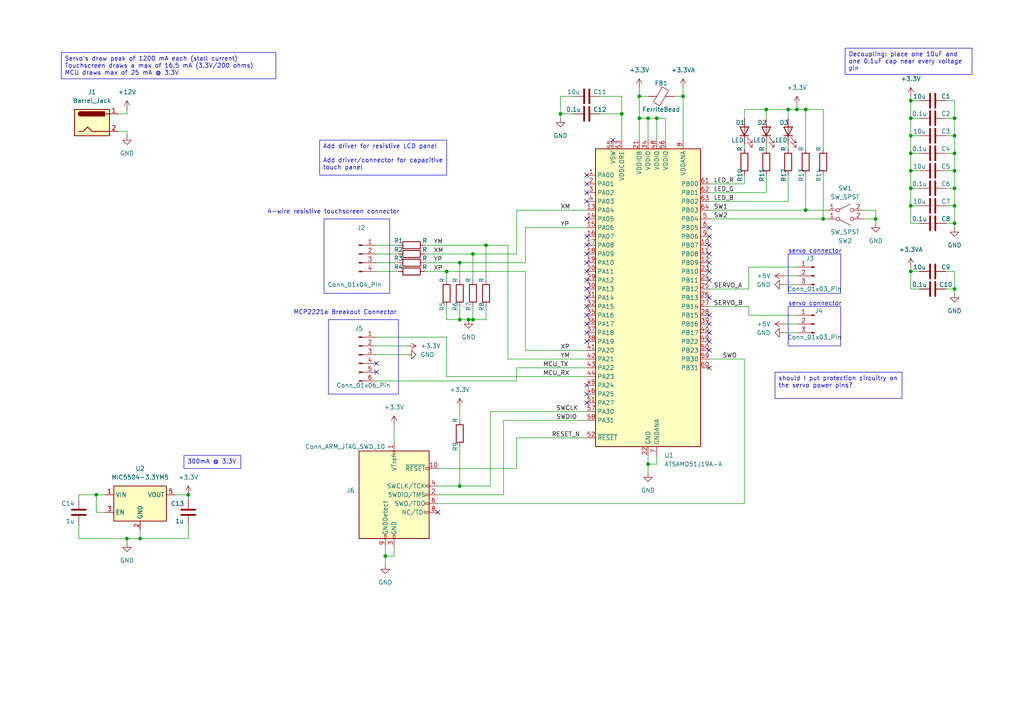
<source format=kicad_sch>
(kicad_sch (version 20230121) (generator eeschema)
  (paper "A4")
  (title_block (title "Balancing Ball") (date "2023-12-11"))
  (lib_symbols
    (symbol "Connector:Barrel_Jack" (pin_names (offset 1.016))
      (property "Reference" "J" (at 0 5.334 0))
      (property "Value" "Barrel_Jack" (at 0 -5.08 0))
      (symbol "Barrel_Jack_0_1"
        (rectangle (start -5.08 3.81) (end 5.08 -3.81) (stroke (width 0.254)) (fill (type background)))
        (arc (start -3.302 3.175) (mid -3.9343 2.54) (end -3.302 1.905) (stroke (width 0.254)))
        (arc (start -3.302 3.175) (mid -3.9343 2.54) (end -3.302 1.905) (stroke (width 0.254)) (fill (type outline)))
        (polyline (pts (xy 5.08 2.54) (xy 3.81 2.54)) (stroke (width 0.254)))
        (polyline (pts (xy -3.81 -2.54) (xy -2.54 -2.54) (xy -1.27 -1.27) (xy 0 -2.54) (xy 2.54 -2.54) (xy 5.08 -2.54)) (stroke (width 0.254)))
        (rectangle (start 3.683 3.175) (end -3.302 1.905) (stroke (width 0.254)) (fill (type outline)))
      )
      (symbol "Barrel_Jack_1_1"
        (pin passive line (at 7.62 2.54 180) (length 2.54) (name "~") (number "1"))
        (pin passive line (at 7.62 -2.54 180) (length 2.54) (name "~") (number "2"))
      )
    )
    (symbol "Connector:Conn_01x03_Pin" (pin_names (offset 1.016) hide)
      (property "Reference" "J" (at 0 5.08 0))
      (property "Value" "Conn_01x03_Pin" (at 0 -5.08 0))
      (symbol "Conn_01x03_Pin_1_1"
        (polyline (pts (xy 1.27 -2.54) (xy 0.8636 -2.54)) (stroke (width 0.1524)))
        (polyline (pts (xy 1.27 0) (xy 0.8636 0)) (stroke (width 0.1524)))
        (polyline (pts (xy 1.27 2.54) (xy 0.8636 2.54)) (stroke (width 0.1524)))
        (rectangle (start 0.8636 -2.413) (end 0 -2.667) (stroke (width 0.1524)) (fill (type outline)))
        (rectangle (start 0.8636 0.127) (end 0 -0.127) (stroke (width 0.1524)) (fill (type outline)))
        (rectangle (start 0.8636 2.667) (end 0 2.413) (stroke (width 0.1524)) (fill (type outline)))
        (pin passive line (at 5.08 2.54 180) (length 3.81) (name "Pin_1") (number "1"))
        (pin passive line (at 5.08 0 180) (length 3.81) (name "Pin_2") (number "2"))
        (pin passive line (at 5.08 -2.54 180) (length 3.81) (name "Pin_3") (number "3"))
      )
    )
    (symbol "Connector:Conn_01x04_Pin" (pin_names (offset 1.016) hide)
      (property "Reference" "J" (at 0 5.08 0))
      (property "Value" "Conn_01x04_Pin" (at 0 -7.62 0))
      (symbol "Conn_01x04_Pin_1_1"
        (polyline (pts (xy 1.27 -5.08) (xy 0.8636 -5.08)) (stroke (width 0.1524)))
        (polyline (pts (xy 1.27 -2.54) (xy 0.8636 -2.54)) (stroke (width 0.1524)))
        (polyline (pts (xy 1.27 0) (xy 0.8636 0)) (stroke (width 0.1524)))
        (polyline (pts (xy 1.27 2.54) (xy 0.8636 2.54)) (stroke (width 0.1524)))
        (rectangle (start 0.8636 -4.953) (end 0 -5.207) (stroke (width 0.1524)) (fill (type outline)))
        (rectangle (start 0.8636 -2.413) (end 0 -2.667) (stroke (width 0.1524)) (fill (type outline)))
        (rectangle (start 0.8636 0.127) (end 0 -0.127) (stroke (width 0.1524)) (fill (type outline)))
        (rectangle (start 0.8636 2.667) (end 0 2.413) (stroke (width 0.1524)) (fill (type outline)))
        (pin passive line (at 5.08 2.54 180) (length 3.81) (name "Pin_1") (number "1"))
        (pin passive line (at 5.08 0 180) (length 3.81) (name "Pin_2") (number "2"))
        (pin passive line (at 5.08 -2.54 180) (length 3.81) (name "Pin_3") (number "3"))
        (pin passive line (at 5.08 -5.08 180) (length 3.81) (name "Pin_4") (number "4"))
      )
    )
    (symbol "Connector:Conn_01x06_Pin" (pin_names (offset 1.016) hide)
      (property "Reference" "J" (at 0 7.62 0))
      (property "Value" "Conn_01x06_Pin" (at 0 -10.16 0))
      (symbol "Conn_01x06_Pin_1_1"
        (polyline (pts (xy 1.27 -7.62) (xy 0.8636 -7.62)) (stroke (width 0.1524)))
        (polyline (pts (xy 1.27 -5.08) (xy 0.8636 -5.08)) (stroke (width 0.1524)))
        (polyline (pts (xy 1.27 -2.54) (xy 0.8636 -2.54)) (stroke (width 0.1524)))
        (polyline (pts (xy 1.27 0) (xy 0.8636 0)) (stroke (width 0.1524)))
        (polyline (pts (xy 1.27 2.54) (xy 0.8636 2.54)) (stroke (width 0.1524)))
        (polyline (pts (xy 1.27 5.08) (xy 0.8636 5.08)) (stroke (width 0.1524)))
        (rectangle (start 0.8636 -7.493) (end 0 -7.747) (stroke (width 0.1524)) (fill (type outline)))
        (rectangle (start 0.8636 -4.953) (end 0 -5.207) (stroke (width 0.1524)) (fill (type outline)))
        (rectangle (start 0.8636 -2.413) (end 0 -2.667) (stroke (width 0.1524)) (fill (type outline)))
        (rectangle (start 0.8636 0.127) (end 0 -0.127) (stroke (width 0.1524)) (fill (type outline)))
        (rectangle (start 0.8636 2.667) (end 0 2.413) (stroke (width 0.1524)) (fill (type outline)))
        (rectangle (start 0.8636 5.207) (end 0 4.953) (stroke (width 0.1524)) (fill (type outline)))
        (pin passive line (at 5.08 5.08 180) (length 3.81) (name "Pin_1") (number "1"))
        (pin passive line (at 5.08 2.54 180) (length 3.81) (name "Pin_2") (number "2"))
        (pin passive line (at 5.08 0 180) (length 3.81) (name "Pin_3") (number "3"))
        (pin passive line (at 5.08 -2.54 180) (length 3.81) (name "Pin_4") (number "4"))
        (pin passive line (at 5.08 -5.08 180) (length 3.81) (name "Pin_5") (number "5"))
        (pin passive line (at 5.08 -7.62 180) (length 3.81) (name "Pin_6") (number "6"))
      )
    )
    (symbol "Connector:Conn_ARM_JTAG_SWD_10" (pin_names (offset 1.016))
      (property "Reference" "J" (at -2.54 16.51 0))
      (property "Value" "Conn_ARM_JTAG_SWD_10" (at -2.54 13.97 0))
      (symbol "Conn_ARM_JTAG_SWD_10_0_1"
        (rectangle (start -10.16 12.7) (end 10.16 -12.7) (stroke (width 0.254)) (fill (type background)))
        (rectangle (start -2.794 -12.7) (end -2.286 -11.684))
        (rectangle (start -0.254 -12.7) (end 0.254 -11.684))
        (rectangle (start -0.254 12.7) (end 0.254 11.684))
        (rectangle (start 9.144 2.286) (end 10.16 2.794))
        (rectangle (start 10.16 -2.794) (end 9.144 -2.286))
        (rectangle (start 10.16 -0.254) (end 9.144 0.254))
        (rectangle (start 10.16 7.874) (end 9.144 7.366))
      )
      (symbol "Conn_ARM_JTAG_SWD_10_1_1"
        (rectangle (start 9.144 -5.334) (end 10.16 -4.826))
        (pin power_in line (at 0 15.24 270) (length 2.54) (name "VTref") (number "1"))
        (pin open_collector line (at 12.7 7.62 180) (length 2.54) (name "~{RESET}") (number "10"))
        (pin bidirectional line (at 12.7 0 180) (length 2.54) (name "SWDIO/TMS") (number "2"))
        (pin power_in line (at 0 -15.24 90) (length 2.54) (name "GND") (number "3"))
        (pin output line (at 12.7 2.54 180) (length 2.54) (name "SWCLK/TCK") (number "4"))
        (pin passive line (at 0 -15.24 90) (length 2.54) hide (name "GND") (number "5"))
        (pin input line (at 12.7 -2.54 180) (length 2.54) (name "SWO/TDO") (number "6"))
        (pin no_connect line (at -10.16 0 0) (length 2.54) hide (name "KEY") (number "7"))
        (pin output line (at 12.7 -5.08 180) (length 2.54) (name "NC/TDI") (number "8"))
        (pin passive line (at -2.54 -15.24 90) (length 2.54) (name "GNDDetect") (number "9"))
      )
    )
    (symbol "Device:C" (pin_numbers hide) (pin_names (offset 0.254))
      (property "Reference" "C" (at 0.635 2.54 0))
      (property "Value" "C" (at 0.635 -2.54 0))
      (symbol "C_0_1"
        (polyline (pts (xy -2.032 -0.762) (xy 2.032 -0.762)) (stroke (width 0.508)))
        (polyline (pts (xy -2.032 0.762) (xy 2.032 0.762)) (stroke (width 0.508)))
      )
      (symbol "C_1_1"
        (pin passive line (at 0 3.81 270) (length 2.794) (name "~") (number "1"))
        (pin passive line (at 0 -3.81 90) (length 2.794) (name "~") (number "2"))
      )
    )
    (symbol "Device:FerriteBead" (pin_numbers hide) (pin_names (offset 0))
      (property "Reference" "FB" (at -3.81 0.635 90))
      (property "Value" "FerriteBead" (at 3.81 0 90))
      (symbol "FerriteBead_0_1"
        (polyline (pts (xy 0 -1.27) (xy 0 -1.2192)))
        (polyline (pts (xy 0 1.27) (xy 0 1.2954)))
        (polyline (pts (xy -2.7686 0.4064) (xy -1.7018 2.2606) (xy 2.7686 -0.3048) (xy 1.6764 -2.159) (xy -2.7686 0.4064)))
      )
      (symbol "FerriteBead_1_1"
        (pin passive line (at 0 3.81 270) (length 2.54) (name "~") (number "1"))
        (pin passive line (at 0 -3.81 90) (length 2.54) (name "~") (number "2"))
      )
    )
    (symbol "Device:LED" (pin_numbers hide) (pin_names (offset 1.016) hide)
      (property "Reference" "D" (at 0 2.54 0))
      (property "Value" "LED" (at 0 -2.54 0))
      (symbol "LED_0_1"
        (polyline (pts (xy -1.27 -1.27) (xy -1.27 1.27)) (stroke (width 0.254)))
        (polyline (pts (xy -1.27 0) (xy 1.27 0)))
        (polyline (pts (xy 1.27 -1.27) (xy 1.27 1.27) (xy -1.27 0) (xy 1.27 -1.27)) (stroke (width 0.254)))
        (polyline (pts (xy -3.048 -0.762) (xy -4.572 -2.286) (xy -3.81 -2.286) (xy -4.572 -2.286) (xy -4.572 -1.524)))
        (polyline (pts (xy -1.778 -0.762) (xy -3.302 -2.286) (xy -2.54 -2.286) (xy -3.302 -2.286) (xy -3.302 -1.524)))
      )
      (symbol "LED_1_1"
        (pin passive line (at -3.81 0 0) (length 2.54) (name "K") (number "1"))
        (pin passive line (at 3.81 0 180) (length 2.54) (name "A") (number "2"))
      )
    )
    (symbol "Device:R" (pin_numbers hide) (pin_names (offset 0))
      (property "Reference" "R" (at 2.032 0 90))
      (property "Value" "R" (at 0 0 90))
      (symbol "R_0_1"
        (rectangle (start -1.016 -2.54) (end 1.016 2.54) (stroke (width 0.254)))
      )
      (symbol "R_1_1"
        (pin passive line (at 0 3.81 270) (length 1.27) (name "~") (number "1"))
        (pin passive line (at 0 -3.81 90) (length 1.27) (name "~") (number "2"))
      )
    )
    (symbol "MCU_Microchip_SAMD:ATSAMD51J19A-A"
      (property "Reference" "U" (at -15.24 -44.45 0))
      (property "Value" "ATSAMD51J19A-A" (at 5.08 -44.45 0))
      (symbol "ATSAMD51J19A-A_0_1"
        (rectangle (start -15.24 43.18) (end 15.24 -43.18) (stroke (width 0.254)) (fill (type background)))
      )
      (symbol "ATSAMD51J19A-A_1_0"
        (pin bidirectional line (at 17.78 25.4 180) (length 2.54) (name "PB03") (number "64"))
      )
      (symbol "ATSAMD51J19A-A_1_1"
        (pin bidirectional line (at -17.78 35.56 0) (length 2.54) (name "PA00") (number "1"))
        (pin bidirectional line (at 17.78 15.24 180) (length 2.54) (name "PB07") (number "10"))
        (pin bidirectional line (at 17.78 12.7 180) (length 2.54) (name "PB08") (number "11"))
        (pin bidirectional line (at 17.78 10.16 180) (length 2.54) (name "PB09") (number "12"))
        (pin bidirectional line (at -17.78 25.4 0) (length 2.54) (name "PA04") (number "13"))
        (pin bidirectional line (at -17.78 22.86 0) (length 2.54) (name "PA05") (number "14"))
        (pin bidirectional line (at -17.78 20.32 0) (length 2.54) (name "PA06") (number "15"))
        (pin bidirectional line (at -17.78 17.78 0) (length 2.54) (name "PA07") (number "16"))
        (pin bidirectional line (at -17.78 15.24 0) (length 2.54) (name "PA08") (number "17"))
        (pin bidirectional line (at -17.78 12.7 0) (length 2.54) (name "PA09") (number "18"))
        (pin bidirectional line (at -17.78 10.16 0) (length 2.54) (name "PA10") (number "19"))
        (pin bidirectional line (at -17.78 33.02 0) (length 2.54) (name "PA01") (number "2"))
        (pin bidirectional line (at -17.78 7.62 0) (length 2.54) (name "PA11") (number "20"))
        (pin power_in line (at -2.54 45.72 270) (length 2.54) (name "VDDIOB") (number "21"))
        (pin power_in line (at 0 -45.72 90) (length 2.54) (name "GND") (number "22"))
        (pin bidirectional line (at 17.78 7.62 180) (length 2.54) (name "PB10") (number "23"))
        (pin bidirectional line (at 17.78 5.08 180) (length 2.54) (name "PB11") (number "24"))
        (pin bidirectional line (at 17.78 2.54 180) (length 2.54) (name "PB12") (number "25"))
        (pin bidirectional line (at 17.78 0 180) (length 2.54) (name "PB13") (number "26"))
        (pin bidirectional line (at 17.78 -2.54 180) (length 2.54) (name "PB14") (number "27"))
        (pin bidirectional line (at 17.78 -5.08 180) (length 2.54) (name "PB15") (number "28"))
        (pin bidirectional line (at -17.78 5.08 0) (length 2.54) (name "PA12") (number "29"))
        (pin bidirectional line (at -17.78 30.48 0) (length 2.54) (name "PA02") (number "3"))
        (pin bidirectional line (at -17.78 2.54 0) (length 2.54) (name "PA13") (number "30"))
        (pin bidirectional line (at -17.78 0 0) (length 2.54) (name "PA14") (number "31"))
        (pin bidirectional line (at -17.78 -2.54 0) (length 2.54) (name "PA15") (number "32"))
        (pin passive line (at 0 -45.72 90) (length 2.54) hide (name "GND") (number "33"))
        (pin power_in line (at 0 45.72 270) (length 2.54) (name "VDDIO") (number "34"))
        (pin bidirectional line (at -17.78 -5.08 0) (length 2.54) (name "PA16") (number "35"))
        (pin bidirectional line (at -17.78 -7.62 0) (length 2.54) (name "PA17") (number "36"))
        (pin bidirectional line (at -17.78 -10.16 0) (length 2.54) (name "PA18") (number "37"))
        (pin bidirectional line (at -17.78 -12.7 0) (length 2.54) (name "PA19") (number "38"))
        (pin bidirectional line (at 17.78 -7.62 180) (length 2.54) (name "PB16") (number "39"))
        (pin bidirectional line (at -17.78 27.94 0) (length 2.54) (name "PA03") (number "4"))
        (pin bidirectional line (at 17.78 -10.16 180) (length 2.54) (name "PB17") (number "40"))
        (pin bidirectional line (at -17.78 -15.24 0) (length 2.54) (name "PA20") (number "41"))
        (pin bidirectional line (at -17.78 -17.78 0) (length 2.54) (name "PA21") (number "42"))
        (pin bidirectional line (at -17.78 -20.32 0) (length 2.54) (name "PA22") (number "43"))
        (pin bidirectional line (at -17.78 -22.86 0) (length 2.54) (name "PA23") (number "44"))
        (pin bidirectional line (at -17.78 -25.4 0) (length 2.54) (name "PA24") (number "45"))
        (pin bidirectional line (at -17.78 -27.94 0) (length 2.54) (name "PA25") (number "46"))
        (pin passive line (at 0 -45.72 90) (length 2.54) hide (name "GND") (number "47"))
        (pin power_in line (at 2.54 45.72 270) (length 2.54) (name "VDDIO") (number "48"))
        (pin bidirectional line (at 17.78 -12.7 180) (length 2.54) (name "PB22") (number "49"))
        (pin bidirectional line (at 17.78 22.86 180) (length 2.54) (name "PB04") (number "5"))
        (pin bidirectional line (at 17.78 -15.24 180) (length 2.54) (name "PB23") (number "50"))
        (pin bidirectional line (at -17.78 -30.48 0) (length 2.54) (name "PA27") (number "51"))
        (pin input line (at -17.78 -40.64 0) (length 2.54) (name "~{RESET}") (number "52"))
        (pin power_out line (at -7.62 45.72 270) (length 2.54) (name "VDDCORE") (number "53"))
        (pin passive line (at 0 -45.72 90) (length 2.54) hide (name "GND") (number "54"))
        (pin power_in line (at -10.16 45.72 270) (length 2.54) (name "VSW") (number "55"))
        (pin power_in line (at 5.08 45.72 270) (length 2.54) (name "VDDIO") (number "56"))
        (pin bidirectional line (at -17.78 -33.02 0) (length 2.54) (name "PA30") (number "57"))
        (pin bidirectional line (at -17.78 -35.56 0) (length 2.54) (name "PA31") (number "58"))
        (pin bidirectional line (at 17.78 -17.78 180) (length 2.54) (name "PB30") (number "59"))
        (pin bidirectional line (at 17.78 20.32 180) (length 2.54) (name "PB05") (number "6"))
        (pin bidirectional line (at 17.78 -20.32 180) (length 2.54) (name "PB31") (number "60"))
        (pin bidirectional line (at 17.78 33.02 180) (length 2.54) (name "PB00") (number "61"))
        (pin bidirectional line (at 17.78 30.48 180) (length 2.54) (name "PB01") (number "62"))
        (pin bidirectional line (at 17.78 27.94 180) (length 2.54) (name "PB02") (number "63"))
        (pin power_in line (at 2.54 -45.72 90) (length 2.54) (name "GNDANA") (number "7"))
        (pin power_in line (at 10.16 45.72 270) (length 2.54) (name "VDDANA") (number "8"))
        (pin bidirectional line (at 17.78 17.78 180) (length 2.54) (name "PB06") (number "9"))
      )
    )
    (symbol "Regulator_Linear:MIC5504-3.3YM5"
      (property "Reference" "U" (at -7.62 8.89 0))
      (property "Value" "MIC5504-3.3YM5" (at -7.62 6.35 0))
      (symbol "MIC5504-3.3YM5_0_1"
        (rectangle (start -7.62 -5.08) (end 7.62 5.08) (stroke (width 0.254)) (fill (type background)))
      )
      (symbol "MIC5504-3.3YM5_1_1"
        (pin power_in line (at -10.16 2.54 0) (length 2.54) (name "VIN") (number "1"))
        (pin power_in line (at 0 -7.62 90) (length 2.54) (name "GND") (number "2"))
        (pin input line (at -10.16 -2.54 0) (length 2.54) (name "EN") (number "3"))
        (pin no_connect line (at 7.62 -2.54 180) (length 2.54) hide (name "NC") (number "4"))
        (pin power_out line (at 10.16 2.54 180) (length 2.54) (name "VOUT") (number "5"))
      )
    )
    (symbol "Switch:SW_SPST" (pin_names (offset 0) hide)
      (property "Reference" "SW" (at 0 3.175 0))
      (property "Value" "SW_SPST" (at 0 -2.54 0))
      (symbol "SW_SPST_0_0"
        (circle (center -2.032 0) (radius 0.508))
        (polyline (pts (xy -1.524 0.254) (xy 1.524 1.778)))
        (circle (center 2.032 0) (radius 0.508))
      )
      (symbol "SW_SPST_1_1"
        (pin passive line (at -5.08 0 0) (length 2.54) (name "A") (number "1"))
        (pin passive line (at 5.08 0 180) (length 2.54) (name "B") (number "2"))
      )
    )
    (symbol "power:+12V" (power) (pin_names (offset 0))
      (property "Value" "+12V" (at 0 3.556 0))
      (symbol "+12V_0_1"
        (polyline (pts (xy -0.762 1.27) (xy 0 2.54)))
        (polyline (pts (xy 0 0) (xy 0 2.54)))
        (polyline (pts (xy 0 2.54) (xy 0.762 1.27)))
      )
      (symbol "+12V_1_1"
        (pin power_in line (at 0 0 90) (length 0) hide (name "+12V") (number "1"))
      )
    )
    (symbol "power:+3.3V" (power) (pin_names (offset 0))
      (property "Value" "+3.3V" (at 0 3.556 0))
      (symbol "+3.3V_0_1"
        (polyline (pts (xy -0.762 1.27) (xy 0 2.54)))
        (polyline (pts (xy 0 0) (xy 0 2.54)))
        (polyline (pts (xy 0 2.54) (xy 0.762 1.27)))
      )
      (symbol "+3.3V_1_1"
        (pin power_in line (at 0 0 90) (length 0) hide (name "+3.3V") (number "1"))
      )
    )
    (symbol "power:+3.3VA" (power) (pin_names (offset 0))
      (property "Value" "+3.3VA" (at 0 3.556 0))
      (symbol "+3.3VA_0_1"
        (polyline (pts (xy -0.762 1.27) (xy 0 2.54)))
        (polyline (pts (xy 0 0) (xy 0 2.54)))
        (polyline (pts (xy 0 2.54) (xy 0.762 1.27)))
      )
      (symbol "+3.3VA_1_1"
        (pin power_in line (at 0 0 90) (length 0) hide (name "+3.3VA") (number "1"))
      )
    )
    (symbol "power:+5V" (power) (pin_names (offset 0))
      (property "Value" "+5V" (at 0 3.556 0))
      (symbol "+5V_0_1"
        (polyline (pts (xy -0.762 1.27) (xy 0 2.54)))
        (polyline (pts (xy 0 0) (xy 0 2.54)))
        (polyline (pts (xy 0 2.54) (xy 0.762 1.27)))
      )
      (symbol "+5V_1_1"
        (pin power_in line (at 0 0 90) (length 0) hide (name "+5V") (number "1"))
      )
    )
    (symbol "power:GND" (power) (pin_names (offset 0))
      (property "Value" "GND" (at 0 -3.81 0))
      (symbol "GND_0_1"
        (polyline (pts (xy 0 0) (xy 0 -1.27) (xy 1.27 -1.27) (xy 0 -2.54) (xy -1.27 -1.27) (xy 0 -1.27)))
      )
      (symbol "GND_1_1"
        (pin power_in line (at 0 0 270) (length 0) hide (name "GND") (number "1"))
      )
    )
  )
  (junction (at 254 63.5))
  (junction (at 137.16 92.71))
  (junction (at 276.86 83.82))
  (junction (at 233.68 31.75))
  (junction (at 264.16 44.45))
  (junction (at 137.16 73.66))
  (junction (at 276.86 44.45))
  (junction (at 135.89 92.71))
  (junction (at 111.76 161.29))
  (junction (at 264.16 54.61))
  (junction (at 264.16 29.21))
  (junction (at 276.86 64.77))
  (junction (at 228.6 31.75))
  (junction (at 140.97 71.12))
  (junction (at 264.16 49.53))
  (junction (at 162.56 33.02))
  (junction (at 187.96 134.62))
  (junction (at 233.68 60.96))
  (junction (at 276.86 49.53))
  (junction (at 190.5 34.29))
  (junction (at 264.16 78.74))
  (junction (at 222.25 31.75))
  (junction (at 276.86 34.29))
  (junction (at 180.34 33.02))
  (junction (at 276.86 59.69))
  (junction (at 27.94 143.51))
  (junction (at 185.42 27.94))
  (junction (at 198.12 27.94))
  (junction (at 276.86 39.37))
  (junction (at 231.14 31.75))
  (junction (at 133.35 76.2))
  (junction (at 133.35 92.71))
  (junction (at 276.86 54.61))
  (junction (at 185.42 34.29))
  (junction (at 129.54 78.74))
  (junction (at 54.61 143.51))
  (junction (at 238.76 63.5))
  (junction (at 264.16 39.37))
  (junction (at 36.83 156.21))
  (junction (at 264.16 59.69))
  (junction (at 187.96 34.29))
  (junction (at 40.64 156.21))
  (junction (at 264.16 34.29))
  (junction (at 133.35 140.97))
  (no_connect (at 170.18 71.12))
  (no_connect (at 205.74 101.6))
  (no_connect (at 170.18 99.06))
  (no_connect (at 170.18 96.52))
  (no_connect (at 205.74 71.12))
  (no_connect (at 205.74 66.04))
  (no_connect (at 170.18 81.28))
  (no_connect (at 205.74 76.2))
  (no_connect (at 170.18 63.5))
  (no_connect (at 170.18 111.76))
  (no_connect (at 170.18 73.66))
  (no_connect (at 170.18 68.58))
  (no_connect (at 170.18 76.2))
  (no_connect (at 109.22 107.95))
  (no_connect (at 170.18 114.3))
  (no_connect (at 109.22 105.41))
  (no_connect (at 170.18 50.8))
  (no_connect (at 205.74 93.98))
  (no_connect (at 170.18 86.36))
  (no_connect (at 170.18 83.82))
  (no_connect (at 205.74 96.52))
  (no_connect (at 170.18 78.74))
  (no_connect (at 205.74 91.44))
  (no_connect (at 170.18 88.9))
  (no_connect (at 170.18 58.42))
  (no_connect (at 205.74 99.06))
  (no_connect (at 205.74 78.74))
  (no_connect (at 205.74 68.58))
  (no_connect (at 170.18 91.44))
  (no_connect (at 170.18 93.98))
  (no_connect (at 177.8 40.64))
  (no_connect (at 127 148.59))
  (no_connect (at 205.74 86.36))
  (no_connect (at 205.74 106.68))
  (no_connect (at 170.18 53.34))
  (no_connect (at 170.18 55.88))
  (no_connect (at 205.74 81.28))
  (no_connect (at 205.74 73.66))
  (no_connect (at 170.18 116.84))
  (wire (pts (xy 187.96 132.08) (xy 187.96 134.62)))
  (wire (pts (xy 185.42 27.94) (xy 185.42 34.29)))
  (wire (pts (xy 146.05 143.51) (xy 127 143.51)))
  (wire (pts (xy 173.99 33.02) (xy 180.34 33.02)))
  (wire (pts (xy 228.6 31.75) (xy 231.14 31.75)))
  (wire (pts (xy 127 135.89) (xy 149.86 135.89)))
  (wire (pts (xy 274.32 34.29) (xy 276.86 34.29)))
  (wire (pts (xy 217.17 91.44) (xy 217.17 88.9)))
  (wire (pts (xy 149.86 135.89) (xy 149.86 127)))
  (wire (pts (xy 198.12 27.94) (xy 198.12 40.64)))
  (wire (pts (xy 276.86 44.45) (xy 276.86 49.53)))
  (wire (pts (xy 133.35 140.97) (xy 127 140.97)))
  (wire (pts (xy 162.56 33.02) (xy 166.37 33.02)))
  (wire (pts (xy 274.32 78.74) (xy 276.86 78.74)))
  (wire (pts (xy 195.58 27.94) (xy 198.12 27.94)))
  (wire (pts (xy 149.86 106.68) (xy 170.18 106.68)))
  (wire (pts (xy 40.64 156.21) (xy 54.61 156.21)))
  (wire (pts (xy 187.96 134.62) (xy 187.96 137.16)))
  (wire (pts (xy 274.32 59.69) (xy 276.86 59.69)))
  (wire (pts (xy 185.42 27.94) (xy 187.96 27.94)))
  (wire (pts (xy 222.25 31.75) (xy 222.25 34.29)))
  (wire (pts (xy 129.54 92.71) (xy 133.35 92.71)))
  (wire (pts (xy 137.16 73.66) (xy 149.86 73.66)))
  (wire (pts (xy 231.14 93.98) (xy 227.33 93.98)))
  (wire (pts (xy 231.14 82.55) (xy 227.33 82.55)))
  (wire (pts (xy 111.76 158.75) (xy 111.76 161.29)))
  (wire (pts (xy 22.86 152.4) (xy 22.86 156.21)))
  (wire (pts (xy 254 60.96) (xy 254 63.5)))
  (wire (pts (xy 233.68 60.96) (xy 205.74 60.96)))
  (wire (pts (xy 129.54 78.74) (xy 152.4 78.74)))
  (wire (pts (xy 274.32 44.45) (xy 276.86 44.45)))
  (wire (pts (xy 217.17 91.44) (xy 231.14 91.44)))
  (wire (pts (xy 250.19 60.96) (xy 254 60.96)))
  (wire (pts (xy 231.14 31.75) (xy 233.68 31.75)))
  (wire (pts (xy 50.8 143.51) (xy 54.61 143.51)))
  (wire (pts (xy 147.32 104.14) (xy 147.32 71.12)))
  (wire (pts (xy 193.04 34.29) (xy 190.5 34.29)))
  (wire (pts (xy 264.16 83.82) (xy 264.16 78.74)))
  (wire (pts (xy 198.12 25.4) (xy 198.12 27.94)))
  (wire (pts (xy 238.76 50.8) (xy 238.76 63.5)))
  (wire (pts (xy 276.86 78.74) (xy 276.86 83.82)))
  (wire (pts (xy 190.5 34.29) (xy 187.96 34.29)))
  (wire (pts (xy 36.83 33.02) (xy 36.83 31.75)))
  (wire (pts (xy 140.97 88.9) (xy 140.97 92.71)))
  (wire (pts (xy 109.22 100.33) (xy 118.11 100.33)))
  (wire (pts (xy 238.76 31.75) (xy 238.76 43.18)))
  (wire (pts (xy 27.94 143.51) (xy 22.86 143.51)))
  (wire (pts (xy 276.86 83.82) (xy 276.86 85.09)))
  (wire (pts (xy 114.3 158.75) (xy 114.3 161.29)))
  (wire (pts (xy 109.22 76.2) (xy 115.57 76.2)))
  (wire (pts (xy 147.32 104.14) (xy 170.18 104.14)))
  (wire (pts (xy 180.34 27.94) (xy 180.34 33.02)))
  (wire (pts (xy 238.76 63.5) (xy 205.74 63.5)))
  (wire (pts (xy 276.86 59.69) (xy 276.86 64.77)))
  (wire (pts (xy 264.16 59.69) (xy 264.16 64.77)))
  (wire (pts (xy 228.6 31.75) (xy 228.6 34.29)))
  (wire (pts (xy 274.32 39.37) (xy 276.86 39.37)))
  (wire (pts (xy 228.6 41.91) (xy 228.6 43.18)))
  (wire (pts (xy 264.16 27.94) (xy 264.16 29.21)))
  (wire (pts (xy 185.42 25.4) (xy 185.42 27.94)))
  (wire (pts (xy 36.83 156.21) (xy 36.83 157.48)))
  (wire (pts (xy 109.22 71.12) (xy 115.57 71.12)))
  (wire (pts (xy 276.86 29.21) (xy 276.86 34.29)))
  (wire (pts (xy 215.9 31.75) (xy 222.25 31.75)))
  (wire (pts (xy 173.99 27.94) (xy 180.34 27.94)))
  (wire (pts (xy 187.96 34.29) (xy 185.42 34.29)))
  (wire (pts (xy 123.19 76.2) (xy 133.35 76.2)))
  (wire (pts (xy 140.97 71.12) (xy 147.32 71.12)))
  (wire (pts (xy 276.86 64.77) (xy 276.86 66.04)))
  (wire (pts (xy 233.68 31.75) (xy 233.68 43.18)))
  (wire (pts (xy 133.35 76.2) (xy 152.4 76.2)))
  (wire (pts (xy 190.5 34.29) (xy 190.5 40.64)))
  (wire (pts (xy 129.54 88.9) (xy 129.54 92.71)))
  (wire (pts (xy 215.9 104.14) (xy 205.74 104.14)))
  (wire (pts (xy 264.16 39.37) (xy 266.7 39.37)))
  (wire (pts (xy 109.22 102.87) (xy 118.11 102.87)))
  (wire (pts (xy 127 146.05) (xy 215.9 146.05)))
  (wire (pts (xy 34.29 33.02) (xy 36.83 33.02)))
  (wire (pts (xy 264.16 44.45) (xy 266.7 44.45)))
  (wire (pts (xy 133.35 76.2) (xy 133.35 81.28)))
  (wire (pts (xy 152.4 101.6) (xy 152.4 78.74)))
  (wire (pts (xy 149.86 127) (xy 170.18 127)))
  (wire (pts (xy 146.05 121.92) (xy 170.18 121.92)))
  (wire (pts (xy 264.16 34.29) (xy 266.7 34.29)))
  (wire (pts (xy 133.35 88.9) (xy 133.35 92.71)))
  (wire (pts (xy 231.14 96.52) (xy 227.33 96.52)))
  (wire (pts (xy 152.4 66.04) (xy 170.18 66.04)))
  (wire (pts (xy 34.29 38.1) (xy 36.83 38.1)))
  (wire (pts (xy 142.24 140.97) (xy 133.35 140.97)))
  (wire (pts (xy 133.35 92.71) (xy 135.89 92.71)))
  (wire (pts (xy 222.25 31.75) (xy 228.6 31.75)))
  (wire (pts (xy 228.6 50.8) (xy 228.6 58.42)))
  (wire (pts (xy 254 63.5) (xy 254 64.77)))
  (wire (pts (xy 231.14 30.48) (xy 231.14 31.75)))
  (wire (pts (xy 123.19 71.12) (xy 140.97 71.12)))
  (wire (pts (xy 129.54 109.22) (xy 170.18 109.22)))
  (wire (pts (xy 274.32 64.77) (xy 276.86 64.77)))
  (wire (pts (xy 109.22 97.79) (xy 129.54 97.79)))
  (wire (pts (xy 36.83 38.1) (xy 36.83 39.37)))
  (wire (pts (xy 238.76 63.5) (xy 240.03 63.5)))
  (wire (pts (xy 222.25 55.88) (xy 205.74 55.88)))
  (wire (pts (xy 205.74 53.34) (xy 215.9 53.34)))
  (wire (pts (xy 40.64 153.67) (xy 40.64 156.21)))
  (wire (pts (xy 54.61 156.21) (xy 54.61 152.4)))
  (wire (pts (xy 152.4 66.04) (xy 152.4 76.2)))
  (wire (pts (xy 222.25 41.91) (xy 222.25 43.18)))
  (wire (pts (xy 264.16 34.29) (xy 264.16 39.37)))
  (wire (pts (xy 190.5 134.62) (xy 187.96 134.62)))
  (wire (pts (xy 264.16 29.21) (xy 264.16 34.29)))
  (wire (pts (xy 135.89 92.71) (xy 137.16 92.71)))
  (wire (pts (xy 215.9 41.91) (xy 215.9 43.18)))
  (wire (pts (xy 30.48 143.51) (xy 27.94 143.51)))
  (wire (pts (xy 185.42 34.29) (xy 185.42 40.64)))
  (wire (pts (xy 233.68 50.8) (xy 233.68 60.96)))
  (wire (pts (xy 276.86 54.61) (xy 276.86 59.69)))
  (wire (pts (xy 162.56 27.94) (xy 162.56 33.02)))
  (wire (pts (xy 264.16 54.61) (xy 264.16 59.69)))
  (wire (pts (xy 114.3 161.29) (xy 111.76 161.29)))
  (wire (pts (xy 22.86 143.51) (xy 22.86 144.78)))
  (wire (pts (xy 187.96 34.29) (xy 187.96 40.64)))
  (wire (pts (xy 231.14 80.01) (xy 227.33 80.01)))
  (wire (pts (xy 123.19 73.66) (xy 137.16 73.66)))
  (wire (pts (xy 274.32 49.53) (xy 276.86 49.53)))
  (wire (pts (xy 274.32 83.82) (xy 276.86 83.82)))
  (wire (pts (xy 228.6 58.42) (xy 205.74 58.42)))
  (wire (pts (xy 111.76 161.29) (xy 111.76 163.83)))
  (wire (pts (xy 22.86 156.21) (xy 36.83 156.21)))
  (wire (pts (xy 109.22 110.49) (xy 149.86 110.49)))
  (wire (pts (xy 140.97 71.12) (xy 140.97 81.28)))
  (wire (pts (xy 137.16 88.9) (xy 137.16 92.71)))
  (wire (pts (xy 266.7 83.82) (xy 264.16 83.82)))
  (wire (pts (xy 109.22 73.66) (xy 115.57 73.66)))
  (wire (pts (xy 137.16 73.66) (xy 137.16 81.28)))
  (wire (pts (xy 142.24 119.38) (xy 170.18 119.38)))
  (wire (pts (xy 27.94 148.59) (xy 27.94 143.51)))
  (wire (pts (xy 123.19 78.74) (xy 129.54 78.74)))
  (wire (pts (xy 264.16 49.53) (xy 266.7 49.53)))
  (wire (pts (xy 264.16 44.45) (xy 264.16 49.53)))
  (wire (pts (xy 133.35 118.11) (xy 133.35 121.92)))
  (wire (pts (xy 233.68 60.96) (xy 240.03 60.96)))
  (wire (pts (xy 264.16 54.61) (xy 266.7 54.61)))
  (wire (pts (xy 215.9 34.29) (xy 215.9 31.75)))
  (wire (pts (xy 149.86 110.49) (xy 149.86 106.68)))
  (wire (pts (xy 264.16 78.74) (xy 266.7 78.74)))
  (wire (pts (xy 276.86 39.37) (xy 276.86 44.45)))
  (wire (pts (xy 109.22 78.74) (xy 115.57 78.74)))
  (wire (pts (xy 54.61 143.51) (xy 54.61 144.78)))
  (wire (pts (xy 205.74 83.82) (xy 217.17 83.82)))
  (wire (pts (xy 114.3 123.19) (xy 114.3 128.27)))
  (wire (pts (xy 133.35 129.54) (xy 133.35 140.97)))
  (wire (pts (xy 264.16 59.69) (xy 266.7 59.69)))
  (wire (pts (xy 129.54 78.74) (xy 129.54 81.28)))
  (wire (pts (xy 264.16 29.21) (xy 266.7 29.21)))
  (wire (pts (xy 217.17 77.47) (xy 217.17 83.82)))
  (wire (pts (xy 222.25 50.8) (xy 222.25 55.88)))
  (wire (pts (xy 276.86 49.53) (xy 276.86 54.61)))
  (wire (pts (xy 146.05 121.92) (xy 146.05 143.51)))
  (wire (pts (xy 264.16 64.77) (xy 266.7 64.77)))
  (wire (pts (xy 276.86 34.29) (xy 276.86 39.37)))
  (wire (pts (xy 36.83 156.21) (xy 40.64 156.21)))
  (wire (pts (xy 142.24 119.38) (xy 142.24 140.97)))
  (wire (pts (xy 149.86 60.96) (xy 170.18 60.96)))
  (wire (pts (xy 231.14 77.47) (xy 217.17 77.47)))
  (wire (pts (xy 264.16 49.53) (xy 264.16 54.61)))
  (wire (pts (xy 129.54 97.79) (xy 129.54 109.22)))
  (wire (pts (xy 274.32 54.61) (xy 276.86 54.61)))
  (wire (pts (xy 250.19 63.5) (xy 254 63.5)))
  (wire (pts (xy 215.9 50.8) (xy 215.9 53.34)))
  (wire (pts (xy 152.4 101.6) (xy 170.18 101.6)))
  (wire (pts (xy 193.04 40.64) (xy 193.04 34.29)))
  (wire (pts (xy 190.5 132.08) (xy 190.5 134.62)))
  (wire (pts (xy 238.76 31.75) (xy 233.68 31.75)))
  (wire (pts (xy 137.16 92.71) (xy 140.97 92.71)))
  (wire (pts (xy 166.37 27.94) (xy 162.56 27.94)))
  (wire (pts (xy 215.9 146.05) (xy 215.9 104.14)))
  (wire (pts (xy 180.34 33.02) (xy 180.34 40.64)))
  (wire (pts (xy 217.17 88.9) (xy 205.74 88.9)))
  (wire (pts (xy 30.48 148.59) (xy 27.94 148.59)))
  (wire (pts (xy 149.86 60.96) (xy 149.86 73.66)))
  (wire (pts (xy 274.32 29.21) (xy 276.86 29.21)))
  (wire (pts (xy 264.16 77.47) (xy 264.16 78.74)))
  (wire (pts (xy 162.56 34.29) (xy 162.56 33.02)))
  (wire (pts (xy 264.16 39.37) (xy 264.16 44.45)))
  (rectangle (start 228.6 73.66) (end 243.84 85.09))
  (rectangle (start 95.25 92.71) (end 115.57 114.3))
  (rectangle (start 228.6 88.9) (end 243.84 100.33))
  (rectangle (start 93.98 63.5) (end 113.03 85.09))
  (text_box "should I put protection circuitry on the servo power pins?" (at 224.79 107.95 0) (size 36.83 7.62) (effects (font (size 1.27 1.27)) (justify left top)))
  (text_box "300mA @ 3.3V" (at 53.34 132.08 0) (size 16.51 3.81) (effects (font (size 1.27 1.27)) (justify left top)))
  (text_box "Add driver for resistive LCD panel\n\nAdd driver/connector for capacitive touch panel" (at 92.71 40.64 0) (size 36.83 10.16) (effects (font (size 1.27 1.27)) (justify left top)))
  (text_box "Servo's draw peak of 1200 mA each (stall current)\nTouchscreen draws a max of 16.5 mA (3.3V/200 ohms)\nMCU draws max of 25 mA @ 3.3V" (at 17.78 15.24 0) (size 62.23 7.62) (effects (font (size 1.27 1.27)) (justify left top)))
  (text_box "Decoupling: place one 10uF and one 0.1uF cap near every voltage pin\n" (at 245.11 13.97 0) (size 36.83 7.62) (effects (font (size 1.27 1.27)) (justify left top)))
  (text "MCP2221a Breakout Connector" (at 85.09 91.44 0) (effects (font (size 1.27 1.27)) (justify left bottom)))
  (text "servo connector" (at 228.6 73.66 0) (effects (font (size 1.27 1.27)) (justify left bottom)))
  (text "servo connector" (at 228.6 88.9 0) (effects (font (size 1.27 1.27)) (justify left bottom)))
  (text "4-wire resistive touchscreen connector" (at 77.47 62.23 0) (effects (font (size 1.27 1.27)) (justify left bottom)))
  (label "YM" (at 162.56 104.14 0))
  (label "SW2" (at 207.01 63.5 0))
  (label "XP" (at 125.73 78.74 0))
  (label "SWCLK" (at 161.29 119.38 0))
  (label "MCU_RX" (at 157.48 109.22 0))
  (label "XP" (at 162.56 101.6 0))
  (label "SERVO_A" (at 207.01 83.82 0))
  (label "LED_R" (at 207.01 53.34 0))
  (label "SERVO_B" (at 207.01 88.9 0))
  (label "SW1" (at 207.01 60.96 0))
  (label "YP" (at 125.73 76.2 0))
  (label "SWDIO" (at 161.29 121.92 0))
  (label "YM" (at 125.73 71.12 0))
  (label "XM" (at 125.73 73.66 0))
  (label "RESET_N" (at 160.02 127 0))
  (label "XM" (at 162.56 60.96 0))
  (label "SWO" (at 209.55 104.14 0))
  (label "MCU_TX" (at 157.48 106.68 0))
  (label "LED_G" (at 207.01 55.88 0))
  (label "LED_B" (at 207.01 58.42 0))
  (label "YP" (at 162.56 66.04 0))
  (symbol (lib_id "Device:R") (at 129.54 85.09 180) (unit 1)
    (property "Reference" "R5" (at 128.27 88.9 90))
    (property "Value" "R" (at 128.27 81.28 90))
    (property "Footprint" "Resistor_SMD:R_0603_1608Metric" (effects hide))
  )
  (symbol (lib_id "power:GND") (at 111.76 163.83 0) (unit 1)
    (property "Reference" "#PWR010" (effects hide))
    (property "Value" "GND" (at 111.76 168.91 0))
  )
  (symbol (lib_id "Device:LED") (at 228.6 38.1 90) (unit 1)
    (property "Reference" "D3" (at 226.06 35.56 90) (effects (justify right)))
    (property "Value" "LED" (at 224.79 40.64 90) (effects (justify right)))
    (property "Footprint" "Diode_SMD:D_0603_1608Metric" (effects hide))
  )
  (symbol (lib_id "power:+3.3VA") (at 264.16 77.47 0) (unit 1)
    (property "Reference" "#PWR014" (effects hide))
    (property "Value" "+3.3VA" (at 264.16 72.39 0))
  )
  (symbol (lib_id "Device:FerriteBead") (at 191.77 27.94 90) (unit 1)
    (property "Reference" "FB1" (at 191.77 24.13 90))
    (property "Value" "FerriteBead" (at 191.77 31.75 90))
    (property "Footprint" "Inductor_SMD:L_0603_1608Metric" (effects hide))
  )
  (symbol (lib_id "power:GND") (at 227.33 96.52 270) (mirror x) (unit 1)
    (property "Reference" "#PWR05" (effects hide))
    (property "Value" "GND" (at 223.52 96.52 90) (effects (justify right)))
  )
  (symbol (lib_id "Device:R") (at 133.35 125.73 180) (unit 1)
    (property "Reference" "R9" (at 132.08 129.54 90))
    (property "Value" "R" (at 132.08 121.92 90))
    (property "Footprint" "Resistor_SMD:R_0603_1608Metric" (effects hide))
  )
  (symbol (lib_id "power:+3.3V") (at 133.35 118.11 0) (unit 1)
    (property "Reference" "#PWR018" (effects hide))
    (property "Value" "+3.3V" (at 133.35 113.03 0))
  )
  (symbol (lib_id "Regulator_Linear:MIC5504-3.3YM5") (at 40.64 146.05 0) (unit 1)
    (property "Reference" "U2" (at 40.64 135.89 0))
    (property "Value" "MIC5504-3.3YM5" (at 40.64 138.43 0))
    (property "Footprint" "Package_TO_SOT_SMD:SOT-23-5" (effects hide))
    (property "Datasheet" "http://ww1.microchip.com/downloads/en/DeviceDoc/MIC550X.pdf" (effects hide))
  )
  (symbol (lib_id "power:GND") (at 36.83 39.37 0) (unit 1)
    (property "Reference" "#PWR020" (effects hide))
    (property "Value" "GND" (at 36.83 44.45 0))
  )
  (symbol (lib_id "power:GND") (at 36.83 157.48 0) (unit 1)
    (property "Reference" "#PWR022" (effects hide))
    (property "Value" "GND" (at 36.83 162.56 0))
  )
  (symbol (lib_id "Device:LED") (at 215.9 38.1 90) (unit 1)
    (property "Reference" "D1" (at 213.36 35.56 90) (effects (justify right)))
    (property "Value" "LED" (at 212.09 40.64 90) (effects (justify right)))
    (property "Footprint" "Diode_SMD:D_0603_1608Metric" (effects hide))
  )
  (symbol (lib_id "Device:R") (at 215.9 46.99 180) (unit 1)
    (property "Reference" "R10" (at 214.63 50.8 90))
    (property "Value" "R" (at 214.63 43.18 90))
    (property "Footprint" "Resistor_SMD:R_0603_1608Metric" (effects hide))
  )
  (symbol (lib_id "power:+12V") (at 36.83 31.75 0) (unit 1)
    (property "Reference" "#PWR019" (effects hide))
    (property "Value" "+12V" (at 36.83 26.67 0))
  )
  (symbol (lib_id "Device:C") (at 270.51 64.77 90) (unit 1)
    (property "Reference" "C8" (at 274.32 63.5 90))
    (property "Value" "0.1u" (at 266.7 63.5 90))
    (property "Footprint" "Resistor_SMD:R_0603_1608Metric" (effects hide))
  )
  (symbol (lib_id "Device:R") (at 119.38 71.12 90) (unit 1)
    (property "Reference" "R1" (at 115.57 69.85 90))
    (property "Value" "R" (at 123.19 69.85 90))
    (property "Footprint" "Resistor_SMD:R_0603_1608Metric" (effects hide))
  )
  (symbol (lib_id "Device:C") (at 270.51 54.61 90) (unit 1)
    (property "Reference" "C6" (at 274.32 53.34 90))
    (property "Value" "0.1u" (at 266.7 53.34 90))
    (property "Footprint" "Resistor_SMD:R_0603_1608Metric" (effects hide))
  )
  (symbol (lib_id "power:+3.3V") (at 118.11 100.33 270) (unit 1)
    (property "Reference" "#PWR07" (effects hide))
    (property "Value" "+3.3V" (at 121.92 100.33 90) (effects (justify left)))
  )
  (symbol (lib_id "power:GND") (at 276.86 85.09 0) (unit 1)
    (property "Reference" "#PWR016" (effects hide))
    (property "Value" "GND" (at 276.86 90.17 0))
  )
  (symbol (lib_id "power:+3.3V") (at 54.61 143.51 0) (unit 1)
    (property "Reference" "#PWR021" (effects hide))
    (property "Value" "+3.3V" (at 54.61 138.43 0))
  )
  (symbol (lib_id "Connector:Barrel_Jack") (at 26.67 35.56 0) (unit 1)
    (property "Reference" "J1" (at 26.67 26.67 0))
    (property "Value" "Barrel_Jack" (at 26.67 29.21 0))
  )
  (symbol (lib_id "Device:R") (at 228.6 46.99 180) (unit 1)
    (property "Reference" "R12" (at 227.33 50.8 90))
    (property "Value" "R" (at 227.33 43.18 90))
    (property "Footprint" "Resistor_SMD:R_0603_1608Metric" (effects hide))
  )
  (symbol (lib_id "power:+3.3V") (at 231.14 30.48 0) (unit 1)
    (property "Reference" "#PWR023" (effects hide))
    (property "Value" "+3.3V" (at 231.14 25.4 0))
  )
  (symbol (lib_id "power:+3.3V") (at 114.3 123.19 0) (unit 1)
    (property "Reference" "#PWR09" (effects hide))
    (property "Value" "+3.3V" (at 114.3 118.11 0))
  )
  (symbol (lib_id "Connector:Conn_01x04_Pin") (at 104.14 73.66 0) (unit 1)
    (property "Reference" "J2" (at 104.775 66.04 0))
    (property "Value" "Conn_01x04_Pin" (at 102.87 82.55 0))
    (property "Footprint" "Connector_PinHeader_2.54mm:PinHeader_1x04_P2.54mm_Horizontal" (effects hide))
  )
  (symbol (lib_id "power:+3.3VA") (at 198.12 25.4 0) (unit 1)
    (property "Reference" "#PWR013" (effects hide))
    (property "Value" "+3.3VA" (at 198.12 20.32 0))
  )
  (symbol (lib_id "Switch:SW_SPST") (at 245.11 60.96 0) (unit 1)
    (property "Reference" "SW1" (at 245.11 54.61 0))
    (property "Value" "SW_SPST" (at 245.11 57.15 0))
    (property "Footprint" "Button_Switch_SMD:SW_Push_1P1T_NO_Vertical_Wuerth_434133025816" (effects hide))
  )
  (symbol (lib_id "Device:C") (at 270.51 29.21 90) (unit 1)
    (property "Reference" "C1" (at 274.32 27.94 90))
    (property "Value" "10u" (at 266.7 27.94 90))
    (property "Footprint" "Resistor_SMD:R_0603_1608Metric" (effects hide))
  )
  (symbol (lib_id "Device:R") (at 238.76 46.99 180) (unit 1)
    (property "Reference" "R14" (at 237.49 50.8 90))
    (property "Value" "R" (at 237.49 43.18 90))
    (property "Footprint" "Resistor_SMD:R_0603_1608Metric" (effects hide))
  )
  (symbol (lib_id "Device:R") (at 119.38 78.74 90) (unit 1)
    (property "Reference" "R4" (at 115.57 77.47 90))
    (property "Value" "R" (at 123.19 77.47 90))
    (property "Footprint" "Resistor_SMD:R_0603_1608Metric" (effects hide))
  )
  (symbol (lib_id "Device:R") (at 233.68 46.99 180) (unit 1)
    (property "Reference" "R13" (at 232.41 50.8 90))
    (property "Value" "R" (at 232.41 43.18 90))
    (property "Footprint" "Resistor_SMD:R_0603_1608Metric" (effects hide))
  )
  (symbol (lib_id "Device:R") (at 119.38 76.2 90) (unit 1)
    (property "Reference" "R3" (at 115.57 74.93 90))
    (property "Value" "R" (at 123.19 74.93 90))
    (property "Footprint" "Resistor_SMD:R_0603_1608Metric" (effects hide))
  )
  (symbol (lib_id "power:+3.3V") (at 185.42 25.4 0) (unit 1)
    (property "Reference" "#PWR01" (effects hide))
    (property "Value" "+3.3V" (at 185.42 20.32 0))
  )
  (symbol (lib_id "Device:C") (at 270.51 39.37 90) (unit 1)
    (property "Reference" "C3" (at 274.32 38.1 90))
    (property "Value" "10u" (at 266.7 38.1 90))
    (property "Footprint" "Resistor_SMD:R_0603_1608Metric" (effects hide))
  )
  (symbol (lib_id "Device:R") (at 140.97 85.09 180) (unit 1)
    (property "Reference" "R8" (at 139.7 88.9 90))
    (property "Value" "R" (at 139.7 81.28 90))
    (property "Footprint" "Resistor_SMD:R_0603_1608Metric" (effects hide))
  )
  (symbol (lib_id "power:GND") (at 254 64.77 0) (unit 1)
    (property "Reference" "#PWR024" (effects hide))
    (property "Value" "GND" (at 254 69.85 0))
  )
  (symbol (lib_id "Connector:Conn_01x06_Pin") (at 104.14 102.87 0) (unit 1)
    (property "Reference" "J5" (at 104.14 95.25 0))
    (property "Value" "Conn_01x06_Pin" (at 105.41 111.76 0))
    (property "Footprint" "Connector_PinHeader_2.54mm:PinHeader_1x06_P2.54mm_Horizontal" (effects hide))
  )
  (symbol (lib_id "Device:C") (at 270.51 78.74 90) (unit 1)
    (property "Reference" "C9" (at 274.32 77.47 90))
    (property "Value" "10u" (at 266.7 77.47 90))
    (property "Footprint" "Resistor_SMD:R_0603_1608Metric" (effects hide))
  )
  (symbol (lib_id "power:GND") (at 227.33 82.55 270) (mirror x) (unit 1)
    (property "Reference" "#PWR06" (effects hide))
    (property "Value" "GND" (at 223.52 82.55 90) (effects (justify right)))
  )
  (symbol (lib_id "Device:LED") (at 222.25 38.1 90) (unit 1)
    (property "Reference" "D2" (at 219.71 35.56 90) (effects (justify right)))
    (property "Value" "LED" (at 218.44 40.64 90) (effects (justify right)))
    (property "Footprint" "Diode_SMD:D_0603_1608Metric" (effects hide))
  )
  (symbol (lib_id "power:+5V") (at 227.33 93.98 90) (mirror x) (unit 1)
    (property "Reference" "#PWR04" (effects hide))
    (property "Value" "+5V" (at 223.52 93.98 90) (effects (justify left)))
  )
  (symbol (lib_id "Switch:SW_SPST") (at 245.11 63.5 0) (mirror x) (unit 1)
    (property "Reference" "SW2" (at 245.11 69.85 0))
    (property "Value" "SW_SPST" (at 245.11 67.31 0))
    (property "Footprint" "Button_Switch_SMD:SW_Push_1P1T_NO_Vertical_Wuerth_434133025816" (effects hide))
  )
  (symbol (lib_id "Connector:Conn_01x03_Pin") (at 236.22 80.01 0) (mirror y) (unit 1)
    (property "Reference" "J3" (at 234.95 74.93 0))
    (property "Value" "Conn_01x03_Pin" (at 236.22 83.82 0))
    (property "Footprint" "Connector_PinHeader_2.54mm:PinHeader_1x03_P2.54mm_Horizontal" (effects hide))
  )
  (symbol (lib_id "power:+5V") (at 227.33 80.01 90) (mirror x) (unit 1)
    (property "Reference" "#PWR03" (effects hide))
    (property "Value" "+5V" (at 223.52 80.01 90) (effects (justify left)))
  )
  (symbol (lib_id "Device:C") (at 170.18 33.02 90) (unit 1)
    (property "Reference" "C12" (at 173.99 31.75 90))
    (property "Value" "0.1u" (at 166.37 31.75 90))
    (property "Footprint" "Resistor_SMD:R_0603_1608Metric" (effects hide))
  )
  (symbol (lib_id "Device:R") (at 119.38 73.66 90) (unit 1)
    (property "Reference" "R2" (at 115.57 72.39 90))
    (property "Value" "R" (at 123.19 72.39 90))
    (property "Footprint" "Resistor_SMD:R_0603_1608Metric" (effects hide))
  )
  (symbol (lib_id "Device:C") (at 54.61 148.59 0) (unit 1)
    (property "Reference" "C13" (at 49.53 146.05 0) (effects (justify left)))
    (property "Value" "1u" (at 50.8 151.13 0) (effects (justify left)))
    (property "Footprint" "Resistor_SMD:R_0603_1608Metric" (effects hide))
  )
  (symbol (lib_id "power:GND") (at 187.96 137.16 0) (unit 1)
    (property "Reference" "#PWR02" (effects hide))
    (property "Value" "GND" (at 187.96 142.24 0))
  )
  (symbol (lib_id "Device:C") (at 270.51 83.82 90) (unit 1)
    (property "Reference" "C10" (at 274.32 82.55 90))
    (property "Value" "0.1u" (at 266.7 82.55 90))
    (property "Footprint" "Resistor_SMD:R_0603_1608Metric" (effects hide))
  )
  (symbol (lib_id "Device:R") (at 133.35 85.09 180) (unit 1)
    (property "Reference" "R6" (at 132.08 88.9 90))
    (property "Value" "R" (at 132.08 81.28 90))
    (property "Footprint" "Resistor_SMD:R_0603_1608Metric" (effects hide))
  )
  (symbol (lib_id "Connector:Conn_ARM_JTAG_SWD_10") (at 114.3 143.51 0) (unit 1)
    (property "Reference" "J6" (at 102.87 142.24 0) (effects (justify right)))
    (property "Value" "Conn_ARM_JTAG_SWD_10" (at 111.76 129.54 0) (effects (justify right)))
    (property "Footprint" "Connector_PinSocket_1.27mm:PinSocket_2x05_P1.27mm_Vertical" (effects hide))
    (property "Datasheet" "http://infocenter.arm.com/help/topic/com.arm.doc.ddi0314h/DDI0314H_coresight_components_trm.pdf" (effects hide))
  )
  (symbol (lib_id "power:GND") (at 276.86 66.04 0) (unit 1)
    (property "Reference" "#PWR015" (effects hide))
    (property "Value" "GND" (at 276.86 71.12 0))
  )
  (symbol (lib_id "power:GND") (at 162.56 34.29 0) (unit 1)
    (property "Reference" "#PWR017" (effects hide))
    (property "Value" "GND" (at 162.56 39.37 0))
  )
  (symbol (lib_id "Device:C") (at 270.51 59.69 90) (unit 1)
    (property "Reference" "C7" (at 274.32 58.42 90))
    (property "Value" "10u" (at 266.7 58.42 90))
    (property "Footprint" "Resistor_SMD:R_0603_1608Metric" (effects hide))
  )
  (symbol (lib_id "Device:C") (at 170.18 27.94 90) (unit 1)
    (property "Reference" "C11" (at 173.99 26.67 90))
    (property "Value" "10u" (at 166.37 26.67 90))
    (property "Footprint" "Resistor_SMD:R_0603_1608Metric" (effects hide))
  )
  (symbol (lib_id "Device:R") (at 137.16 85.09 180) (unit 1)
    (property "Reference" "R7" (at 135.89 88.9 90))
    (property "Value" "R" (at 135.89 81.28 90))
    (property "Footprint" "Resistor_SMD:R_0603_1608Metric" (effects hide))
  )
  (symbol (lib_id "power:GND") (at 118.11 102.87 90) (unit 1)
    (property "Reference" "#PWR08" (effects hide))
    (property "Value" "GND" (at 121.92 102.87 90) (effects (justify right)))
  )
  (symbol (lib_id "Device:C") (at 270.51 44.45 90) (unit 1)
    (property "Reference" "C4" (at 274.32 43.18 90))
    (property "Value" "0.1u" (at 266.7 43.18 90))
    (property "Footprint" "Resistor_SMD:R_0603_1608Metric" (effects hide))
  )
  (symbol (lib_id "power:GND") (at 135.89 92.71 0) (unit 1)
    (property "Reference" "#PWR011" (effects hide))
    (property "Value" "GND" (at 135.89 97.79 0))
  )
  (symbol (lib_id "Device:C") (at 270.51 34.29 90) (unit 1)
    (property "Reference" "C2" (at 274.32 33.02 90))
    (property "Value" "0.1u" (at 266.7 33.02 90))
    (property "Footprint" "Resistor_SMD:R_0603_1608Metric" (effects hide))
  )
  (symbol (lib_id "Device:R") (at 222.25 46.99 180) (unit 1)
    (property "Reference" "R11" (at 220.98 50.8 90))
    (property "Value" "R" (at 220.98 43.18 90))
    (property "Footprint" "Resistor_SMD:R_0603_1608Metric" (effects hide))
  )
  (symbol (lib_id "power:+3.3V") (at 264.16 27.94 0) (unit 1)
    (property "Reference" "#PWR012" (effects hide))
    (property "Value" "+3.3V" (at 264.16 22.86 0))
  )
  (symbol (lib_id "Device:C") (at 22.86 148.59 0) (unit 1)
    (property "Reference" "C14" (at 17.78 146.05 0) (effects (justify left)))
    (property "Value" "1u" (at 19.05 151.13 0) (effects (justify left)))
    (property "Footprint" "Resistor_SMD:R_0603_1608Metric" (effects hide))
  )
  (symbol (lib_id "MCU_Microchip_SAMD:ATSAMD51J19A-A") (at 187.96 86.36 0) (unit 1)
    (property "Reference" "U1" (at 192.6941 132.08 0) (effects (justify left)))
    (property "Value" "ATSAMD51J19A-A" (at 192.6941 134.62 0) (effects (justify left)))
    (property "Footprint" "Package_QFP:TQFP-64_10x10mm_P0.5mm" (effects hide))
    (property "Datasheet" "http://ww1.microchip.com/downloads/en/DeviceDoc/60001507E.pdf" (effects hide))
  )
  (symbol (lib_id "Device:C") (at 270.51 49.53 90) (unit 1)
    (property "Reference" "C5" (at 274.32 48.26 90))
    (property "Value" "10u" (at 266.7 48.26 90))
    (property "Footprint" "Resistor_SMD:R_0603_1608Metric" (effects hide))
  )
  (symbol (lib_id "Connector:Conn_01x03_Pin") (at 236.22 93.98 0) (mirror y) (unit 1)
    (property "Reference" "J4" (at 237.49 90.17 0))
    (property "Value" "Conn_01x03_Pin" (at 236.22 97.79 0))
    (property "Footprint" "Connector_PinHeader_2.54mm:PinHeader_1x03_P2.54mm_Horizontal" (effects hide))
  )
)
</source>
